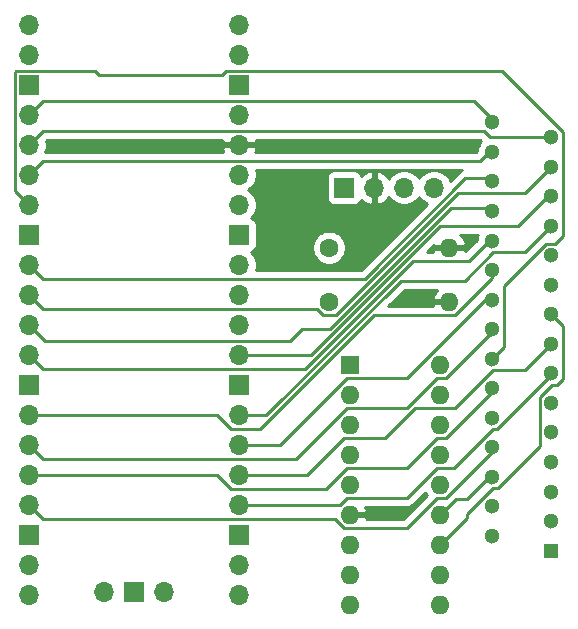
<source format=gbr>
G04 #@! TF.GenerationSoftware,KiCad,Pcbnew,(5.1.10)-1*
G04 #@! TF.CreationDate,2021-07-09T21:47:44+10:00*
G04 #@! TF.ProjectId,A600Keyboard_USB_Pico,41363030-4b65-4796-926f-6172645f5553,rev?*
G04 #@! TF.SameCoordinates,Original*
G04 #@! TF.FileFunction,Copper,L2,Bot*
G04 #@! TF.FilePolarity,Positive*
%FSLAX46Y46*%
G04 Gerber Fmt 4.6, Leading zero omitted, Abs format (unit mm)*
G04 Created by KiCad (PCBNEW (5.1.10)-1) date 2021-07-09 21:47:44*
%MOMM*%
%LPD*%
G01*
G04 APERTURE LIST*
G04 #@! TA.AperFunction,ComponentPad*
%ADD10O,1.600000X1.600000*%
G04 #@! TD*
G04 #@! TA.AperFunction,ComponentPad*
%ADD11R,1.600000X1.600000*%
G04 #@! TD*
G04 #@! TA.AperFunction,ComponentPad*
%ADD12C,1.300000*%
G04 #@! TD*
G04 #@! TA.AperFunction,ComponentPad*
%ADD13R,1.300000X1.300000*%
G04 #@! TD*
G04 #@! TA.AperFunction,ComponentPad*
%ADD14O,1.700000X1.700000*%
G04 #@! TD*
G04 #@! TA.AperFunction,ComponentPad*
%ADD15R,1.700000X1.700000*%
G04 #@! TD*
G04 #@! TA.AperFunction,ComponentPad*
%ADD16C,1.600000*%
G04 #@! TD*
G04 #@! TA.AperFunction,Conductor*
%ADD17C,0.250000*%
G04 #@! TD*
G04 #@! TA.AperFunction,Conductor*
%ADD18C,0.254000*%
G04 #@! TD*
G04 #@! TA.AperFunction,Conductor*
%ADD19C,0.100000*%
G04 #@! TD*
G04 APERTURE END LIST*
D10*
X178308000Y-94742000D03*
X170688000Y-115062000D03*
X178308000Y-97282000D03*
X170688000Y-112522000D03*
X178308000Y-99822000D03*
X170688000Y-109982000D03*
X178308000Y-102362000D03*
X170688000Y-107442000D03*
X178308000Y-104902000D03*
X170688000Y-104902000D03*
X178308000Y-107442000D03*
X170688000Y-102362000D03*
X178308000Y-109982000D03*
X170688000Y-99822000D03*
X178308000Y-112522000D03*
X170688000Y-97282000D03*
X178308000Y-115062000D03*
D11*
X170688000Y-94742000D03*
D12*
X182706000Y-86739999D03*
X187706000Y-87989999D03*
X182706000Y-89239999D03*
X187706000Y-90489999D03*
X182706000Y-91739999D03*
X187706000Y-92989999D03*
X182706000Y-94239999D03*
X187706000Y-95490000D03*
X182706000Y-96740000D03*
X187706000Y-97990000D03*
X182706000Y-99240000D03*
X187706000Y-100490000D03*
X182706000Y-101740000D03*
X187706000Y-102990000D03*
X182706000Y-104240000D03*
X187706000Y-105490000D03*
X182706000Y-106740000D03*
X187706000Y-107990000D03*
X182706000Y-109240000D03*
D13*
X187706000Y-110490000D03*
D12*
X187706000Y-85489999D03*
X182706000Y-84239999D03*
X187706000Y-82989999D03*
X182706000Y-81739999D03*
X187706000Y-80489999D03*
X182706000Y-79239999D03*
X187706000Y-77989999D03*
X182706000Y-76739999D03*
X187706000Y-75489999D03*
X182706000Y-74239999D03*
D14*
X154940000Y-114011000D03*
D15*
X152400000Y-114011000D03*
D14*
X149860000Y-114011000D03*
X161290000Y-65981000D03*
X161290000Y-68521000D03*
D15*
X161290000Y-71061000D03*
D14*
X161290000Y-73601000D03*
X161290000Y-76141000D03*
X161290000Y-78681000D03*
X161290000Y-81221000D03*
D15*
X161290000Y-83761000D03*
D14*
X161290000Y-86301000D03*
X161290000Y-88841000D03*
X161290000Y-91381000D03*
X161290000Y-93921000D03*
D15*
X161290000Y-96461000D03*
D14*
X161290000Y-99001000D03*
X161290000Y-101541000D03*
X161290000Y-104081000D03*
X161290000Y-106621000D03*
D15*
X161290000Y-109161000D03*
D14*
X161290000Y-111701000D03*
X161290000Y-114241000D03*
X143510000Y-114241000D03*
X143510000Y-111701000D03*
D15*
X143510000Y-109161000D03*
D14*
X143510000Y-106621000D03*
X143510000Y-104081000D03*
X143510000Y-101541000D03*
X143510000Y-99001000D03*
D15*
X143510000Y-96461000D03*
D14*
X143510000Y-93921000D03*
X143510000Y-91381000D03*
X143510000Y-88841000D03*
X143510000Y-86301000D03*
D15*
X143510000Y-83761000D03*
D14*
X143510000Y-81221000D03*
X143510000Y-78681000D03*
X143510000Y-76141000D03*
X143510000Y-73601000D03*
D15*
X143510000Y-71061000D03*
D14*
X143510000Y-68521000D03*
X143510000Y-65981000D03*
D10*
X179070000Y-84836000D03*
D16*
X168910000Y-84836000D03*
D10*
X179070000Y-89408000D03*
D16*
X168910000Y-89408000D03*
D14*
X177800000Y-79756000D03*
X175260000Y-79756000D03*
X172720000Y-79756000D03*
D15*
X170180000Y-79756000D03*
D17*
X182706000Y-87437002D02*
X182706000Y-86485999D01*
X179610001Y-90533001D02*
X182706000Y-87437002D01*
X172711997Y-90533001D02*
X179610001Y-90533001D01*
X163068997Y-100176001D02*
X172711997Y-90533001D01*
X160628001Y-100176001D02*
X163068997Y-100176001D01*
X159453000Y-99001000D02*
X160628001Y-100176001D01*
X143510000Y-99001000D02*
X159453000Y-99001000D01*
X182398999Y-88985999D02*
X182706000Y-88985999D01*
X175517997Y-95867001D02*
X182398999Y-88985999D01*
X170437997Y-95867001D02*
X175517997Y-95867001D01*
X164763998Y-101541000D02*
X170437997Y-95867001D01*
X161290000Y-101541000D02*
X164763998Y-101541000D01*
X178308000Y-109982000D02*
X178308000Y-109440998D01*
X188174001Y-96465001D02*
X188681001Y-95958001D01*
X187787997Y-96465001D02*
X188174001Y-96465001D01*
X186730999Y-97521999D02*
X187787997Y-96465001D01*
X186730999Y-101658003D02*
X186730999Y-97521999D01*
X183174001Y-105215001D02*
X186730999Y-101658003D01*
X188681001Y-95958001D02*
X188681001Y-91465000D01*
X182787997Y-105215001D02*
X183174001Y-105215001D01*
X188681001Y-91465000D02*
X187706000Y-90489999D01*
X180574999Y-107427999D02*
X182787997Y-105215001D01*
X180574999Y-107715001D02*
X180574999Y-107427999D01*
X178308000Y-109982000D02*
X180574999Y-107715001D01*
X178057997Y-95867001D02*
X178848001Y-95867001D01*
X182706000Y-92009002D02*
X182706000Y-91485999D01*
X175517997Y-98407001D02*
X178057997Y-95867001D01*
X166128997Y-102716001D02*
X170437997Y-98407001D01*
X178848001Y-95867001D02*
X182706000Y-92009002D01*
X170437997Y-98407001D02*
X175517997Y-98407001D01*
X144685001Y-102716001D02*
X166128997Y-102716001D01*
X143510000Y-101541000D02*
X144685001Y-102716001D01*
X185480999Y-95215000D02*
X187706000Y-92989999D01*
X179595997Y-98407001D02*
X182787998Y-95215000D01*
X173614407Y-100947001D02*
X176154407Y-98407001D01*
X176154407Y-98407001D02*
X179595997Y-98407001D01*
X170147999Y-100947001D02*
X173614407Y-100947001D01*
X167014000Y-104081000D02*
X170147999Y-100947001D01*
X182787998Y-95215000D02*
X185480999Y-95215000D01*
X161290000Y-104081000D02*
X167014000Y-104081000D01*
X187706000Y-95429002D02*
X187706000Y-95236000D01*
X183120589Y-100215001D02*
X187706000Y-95629590D01*
X182787997Y-100215001D02*
X183120589Y-100215001D01*
X187706000Y-95629590D02*
X187706000Y-95490000D01*
X179515997Y-103487001D02*
X182787997Y-100215001D01*
X175517997Y-106027001D02*
X178057997Y-103487001D01*
X170437997Y-106027001D02*
X175517997Y-106027001D01*
X178057997Y-103487001D02*
X179515997Y-103487001D01*
X169843998Y-106621000D02*
X170437997Y-106027001D01*
X161290000Y-106621000D02*
X169843998Y-106621000D01*
X182706000Y-97089002D02*
X182706000Y-96486000D01*
X178848001Y-100947001D02*
X182706000Y-97089002D01*
X178057997Y-100947001D02*
X178848001Y-100947001D01*
X168668997Y-105256001D02*
X170437997Y-103487001D01*
X170437997Y-103487001D02*
X175517997Y-103487001D01*
X160628001Y-105256001D02*
X168668997Y-105256001D01*
X159453000Y-104081000D02*
X160628001Y-105256001D01*
X175517997Y-103487001D02*
X178057997Y-100947001D01*
X143510000Y-104081000D02*
X159453000Y-104081000D01*
X178848001Y-106027001D02*
X182706000Y-102169002D01*
X178057997Y-106027001D02*
X178848001Y-106027001D01*
X175517997Y-108567001D02*
X178057997Y-106027001D01*
X182706000Y-102169002D02*
X182706000Y-101486000D01*
X170147999Y-108567001D02*
X175517997Y-108567001D01*
X169376999Y-107796001D02*
X170147999Y-108567001D01*
X144685001Y-107796001D02*
X169376999Y-107796001D01*
X143510000Y-106621000D02*
X144685001Y-107796001D01*
X182706000Y-103986000D02*
X180594000Y-106098000D01*
X179652000Y-106098000D02*
X178308000Y-107442000D01*
X180594000Y-106098000D02*
X179652000Y-106098000D01*
X180730998Y-85961001D02*
X182706000Y-83985999D01*
X176011177Y-85961001D02*
X180730998Y-85961001D01*
X166876177Y-95096001D02*
X176011177Y-85961001D01*
X144685001Y-95096001D02*
X166876177Y-95096001D01*
X143510000Y-93921000D02*
X144685001Y-95096001D01*
X161290000Y-99001000D02*
X161739000Y-99001000D01*
X185480999Y-85215000D02*
X187706000Y-82989999D01*
X180372997Y-87630000D02*
X182787997Y-85215000D01*
X174978588Y-87630000D02*
X180372997Y-87630000D01*
X163607588Y-99001000D02*
X174978588Y-87630000D01*
X182787997Y-85215000D02*
X185480999Y-85215000D01*
X161290000Y-99001000D02*
X163607588Y-99001000D01*
X144874999Y-92745999D02*
X165572001Y-92745999D01*
X143510000Y-91381000D02*
X144874999Y-92745999D01*
X169005358Y-91694000D02*
X179213359Y-81485999D01*
X179213359Y-81485999D02*
X182706000Y-81485999D01*
X166624000Y-91694000D02*
X169005358Y-91694000D01*
X165572001Y-92745999D02*
X166624000Y-91694000D01*
X167414768Y-93921000D02*
X178324770Y-83010998D01*
X161290000Y-93921000D02*
X167414768Y-93921000D01*
X184931001Y-83010998D02*
X187706000Y-80235999D01*
X178324770Y-83010998D02*
X184931001Y-83010998D01*
X180440539Y-78985999D02*
X182706000Y-78985999D01*
X171950537Y-87476001D02*
X180440539Y-78985999D01*
X144685001Y-87476001D02*
X171950537Y-87476001D01*
X143510000Y-86301000D02*
X144685001Y-87476001D01*
X185480999Y-80215000D02*
X187706000Y-77989999D01*
X179847948Y-80215000D02*
X185480999Y-80215000D01*
X169529947Y-90533001D02*
X179847948Y-80215000D01*
X168369999Y-90533001D02*
X169529947Y-90533001D01*
X167852999Y-90016001D02*
X168369999Y-90533001D01*
X144685001Y-90016001D02*
X167852999Y-90016001D01*
X143510000Y-88841000D02*
X144685001Y-90016001D01*
X181686000Y-77505999D02*
X182706000Y-76485999D01*
X144685001Y-77505999D02*
X181686000Y-77505999D01*
X143510000Y-78681000D02*
X144685001Y-77505999D01*
X187436000Y-74965999D02*
X187706000Y-75235999D01*
X181988998Y-74965999D02*
X182512998Y-75489999D01*
X144685001Y-74965999D02*
X181988998Y-74965999D01*
X182512998Y-75489999D02*
X187706000Y-75489999D01*
X143510000Y-76141000D02*
X144685001Y-74965999D01*
X181146000Y-72425999D02*
X182706000Y-73985999D01*
X144685001Y-72425999D02*
X181146000Y-72425999D01*
X143510000Y-73601000D02*
X144685001Y-72425999D01*
X183681001Y-93264998D02*
X182706000Y-94239999D01*
X183681001Y-88071996D02*
X183681001Y-93264998D01*
X187237999Y-84514998D02*
X183681001Y-88071996D01*
X188027002Y-84514998D02*
X187237999Y-84514998D01*
X188681001Y-83860999D02*
X188027002Y-84514998D01*
X188681001Y-75021998D02*
X188681001Y-83860999D01*
X183545002Y-69885999D02*
X188681001Y-75021998D01*
X160179999Y-69885999D02*
X183545002Y-69885999D01*
X159849997Y-70216001D02*
X160179999Y-69885999D01*
X149458999Y-70216001D02*
X159849997Y-70216001D01*
X149128997Y-69885999D02*
X149458999Y-70216001D01*
X142334999Y-69950999D02*
X142399999Y-69885999D01*
X142399999Y-69885999D02*
X149128997Y-69885999D01*
X142334999Y-80045999D02*
X142334999Y-69950999D01*
X143510000Y-81221000D02*
X142334999Y-80045999D01*
D18*
X177193363Y-105816759D02*
X177193400Y-105816796D01*
X175203196Y-107807001D01*
X172075063Y-107807001D01*
X172079904Y-107791039D01*
X171957915Y-107569000D01*
X170815000Y-107569000D01*
X170815000Y-107589000D01*
X170561000Y-107589000D01*
X170561000Y-107569000D01*
X170541000Y-107569000D01*
X170541000Y-107315000D01*
X170561000Y-107315000D01*
X170561000Y-107295000D01*
X170815000Y-107295000D01*
X170815000Y-107315000D01*
X171957915Y-107315000D01*
X172079904Y-107092961D01*
X172039246Y-106958913D01*
X171957993Y-106787001D01*
X175480675Y-106787001D01*
X175517997Y-106790677D01*
X175555319Y-106787001D01*
X175555330Y-106787001D01*
X175666983Y-106776004D01*
X175810244Y-106732547D01*
X175942273Y-106661975D01*
X176057998Y-106567002D01*
X176081801Y-106537998D01*
X177037022Y-105582778D01*
X177193363Y-105816759D01*
G04 #@! TA.AperFunction,Conductor*
D19*
G36*
X177193363Y-105816759D02*
G01*
X177193400Y-105816796D01*
X175203196Y-107807001D01*
X172075063Y-107807001D01*
X172079904Y-107791039D01*
X171957915Y-107569000D01*
X170815000Y-107569000D01*
X170815000Y-107589000D01*
X170561000Y-107589000D01*
X170561000Y-107569000D01*
X170541000Y-107569000D01*
X170541000Y-107315000D01*
X170561000Y-107315000D01*
X170561000Y-107295000D01*
X170815000Y-107295000D01*
X170815000Y-107315000D01*
X171957915Y-107315000D01*
X172079904Y-107092961D01*
X172039246Y-106958913D01*
X171957993Y-106787001D01*
X175480675Y-106787001D01*
X175517997Y-106790677D01*
X175555319Y-106787001D01*
X175555330Y-106787001D01*
X175666983Y-106776004D01*
X175810244Y-106732547D01*
X175942273Y-106661975D01*
X176057998Y-106567002D01*
X176081801Y-106537998D01*
X177037022Y-105582778D01*
X177193363Y-105816759D01*
G37*
G04 #@! TD.AperFunction*
D18*
X178435000Y-94615000D02*
X178455000Y-94615000D01*
X178455000Y-94869000D01*
X178435000Y-94869000D01*
X178435000Y-94889000D01*
X178181000Y-94889000D01*
X178181000Y-94869000D01*
X178161000Y-94869000D01*
X178161000Y-94615000D01*
X178181000Y-94615000D01*
X178181000Y-94595000D01*
X178435000Y-94595000D01*
X178435000Y-94615000D01*
G04 #@! TA.AperFunction,Conductor*
D19*
G36*
X178435000Y-94615000D02*
G01*
X178455000Y-94615000D01*
X178455000Y-94869000D01*
X178435000Y-94869000D01*
X178435000Y-94889000D01*
X178181000Y-94889000D01*
X178181000Y-94869000D01*
X178161000Y-94869000D01*
X178161000Y-94615000D01*
X178181000Y-94615000D01*
X178181000Y-94595000D01*
X178435000Y-94595000D01*
X178435000Y-94615000D01*
G37*
G04 #@! TD.AperFunction*
D18*
X178006481Y-88444586D02*
X177838963Y-88670580D01*
X177718754Y-88924913D01*
X177678096Y-89058961D01*
X177800085Y-89281000D01*
X178943000Y-89281000D01*
X178943000Y-89261000D01*
X179197000Y-89261000D01*
X179197000Y-89281000D01*
X179217000Y-89281000D01*
X179217000Y-89535000D01*
X179197000Y-89535000D01*
X179197000Y-89555000D01*
X178943000Y-89555000D01*
X178943000Y-89535000D01*
X177800085Y-89535000D01*
X177678096Y-89757039D01*
X177682937Y-89773001D01*
X173910390Y-89773001D01*
X175293391Y-88390000D01*
X178066676Y-88390000D01*
X178006481Y-88444586D01*
G04 #@! TA.AperFunction,Conductor*
D19*
G36*
X178006481Y-88444586D02*
G01*
X177838963Y-88670580D01*
X177718754Y-88924913D01*
X177678096Y-89058961D01*
X177800085Y-89281000D01*
X178943000Y-89281000D01*
X178943000Y-89261000D01*
X179197000Y-89261000D01*
X179197000Y-89281000D01*
X179217000Y-89281000D01*
X179217000Y-89535000D01*
X179197000Y-89535000D01*
X179197000Y-89555000D01*
X178943000Y-89555000D01*
X178943000Y-89535000D01*
X177800085Y-89535000D01*
X177678096Y-89757039D01*
X177682937Y-89773001D01*
X173910390Y-89773001D01*
X175293391Y-88390000D01*
X178066676Y-88390000D01*
X178006481Y-88444586D01*
G37*
G04 #@! TD.AperFunction*
D18*
X180149166Y-78280188D02*
X180148292Y-78280453D01*
X180016262Y-78351025D01*
X179986485Y-78375463D01*
X179900538Y-78445998D01*
X179876740Y-78474996D01*
X179169635Y-79182101D01*
X179115990Y-79052589D01*
X178953475Y-78809368D01*
X178746632Y-78602525D01*
X178503411Y-78440010D01*
X178233158Y-78328068D01*
X177946260Y-78271000D01*
X177653740Y-78271000D01*
X177366842Y-78328068D01*
X177096589Y-78440010D01*
X176853368Y-78602525D01*
X176646525Y-78809368D01*
X176530000Y-78983760D01*
X176413475Y-78809368D01*
X176206632Y-78602525D01*
X175963411Y-78440010D01*
X175693158Y-78328068D01*
X175406260Y-78271000D01*
X175113740Y-78271000D01*
X174826842Y-78328068D01*
X174556589Y-78440010D01*
X174313368Y-78602525D01*
X174106525Y-78809368D01*
X173984805Y-78991534D01*
X173915178Y-78874645D01*
X173720269Y-78658412D01*
X173486920Y-78484359D01*
X173224099Y-78359175D01*
X173076890Y-78314524D01*
X172847000Y-78435845D01*
X172847000Y-79629000D01*
X172867000Y-79629000D01*
X172867000Y-79883000D01*
X172847000Y-79883000D01*
X172847000Y-81076155D01*
X173076890Y-81197476D01*
X173224099Y-81152825D01*
X173486920Y-81027641D01*
X173720269Y-80853588D01*
X173915178Y-80637355D01*
X173984805Y-80520466D01*
X174106525Y-80702632D01*
X174313368Y-80909475D01*
X174556589Y-81071990D01*
X174826842Y-81183932D01*
X175113740Y-81241000D01*
X175406260Y-81241000D01*
X175693158Y-81183932D01*
X175963411Y-81071990D01*
X176206632Y-80909475D01*
X176413475Y-80702632D01*
X176530000Y-80528240D01*
X176646525Y-80702632D01*
X176853368Y-80909475D01*
X177096589Y-81071990D01*
X177226101Y-81125635D01*
X171635736Y-86716001D01*
X162721544Y-86716001D01*
X162775000Y-86447260D01*
X162775000Y-86154740D01*
X162717932Y-85867842D01*
X162605990Y-85597589D01*
X162443475Y-85354368D01*
X162311620Y-85222513D01*
X162384180Y-85200502D01*
X162494494Y-85141537D01*
X162591185Y-85062185D01*
X162670537Y-84965494D01*
X162729502Y-84855180D01*
X162765812Y-84735482D01*
X162769831Y-84694665D01*
X167475000Y-84694665D01*
X167475000Y-84977335D01*
X167530147Y-85254574D01*
X167638320Y-85515727D01*
X167795363Y-85750759D01*
X167995241Y-85950637D01*
X168230273Y-86107680D01*
X168491426Y-86215853D01*
X168768665Y-86271000D01*
X169051335Y-86271000D01*
X169328574Y-86215853D01*
X169589727Y-86107680D01*
X169824759Y-85950637D01*
X170024637Y-85750759D01*
X170181680Y-85515727D01*
X170289853Y-85254574D01*
X170345000Y-84977335D01*
X170345000Y-84694665D01*
X170289853Y-84417426D01*
X170181680Y-84156273D01*
X170024637Y-83921241D01*
X169824759Y-83721363D01*
X169589727Y-83564320D01*
X169328574Y-83456147D01*
X169051335Y-83401000D01*
X168768665Y-83401000D01*
X168491426Y-83456147D01*
X168230273Y-83564320D01*
X167995241Y-83721363D01*
X167795363Y-83921241D01*
X167638320Y-84156273D01*
X167530147Y-84417426D01*
X167475000Y-84694665D01*
X162769831Y-84694665D01*
X162778072Y-84611000D01*
X162778072Y-82911000D01*
X162765812Y-82786518D01*
X162729502Y-82666820D01*
X162670537Y-82556506D01*
X162591185Y-82459815D01*
X162494494Y-82380463D01*
X162384180Y-82321498D01*
X162311620Y-82299487D01*
X162443475Y-82167632D01*
X162605990Y-81924411D01*
X162717932Y-81654158D01*
X162775000Y-81367260D01*
X162775000Y-81074740D01*
X162717932Y-80787842D01*
X162605990Y-80517589D01*
X162443475Y-80274368D01*
X162236632Y-80067525D01*
X162062240Y-79951000D01*
X162236632Y-79834475D01*
X162443475Y-79627632D01*
X162605990Y-79384411D01*
X162717932Y-79114158D01*
X162759337Y-78906000D01*
X168691928Y-78906000D01*
X168691928Y-80606000D01*
X168704188Y-80730482D01*
X168740498Y-80850180D01*
X168799463Y-80960494D01*
X168878815Y-81057185D01*
X168975506Y-81136537D01*
X169085820Y-81195502D01*
X169205518Y-81231812D01*
X169330000Y-81244072D01*
X171030000Y-81244072D01*
X171154482Y-81231812D01*
X171274180Y-81195502D01*
X171384494Y-81136537D01*
X171481185Y-81057185D01*
X171560537Y-80960494D01*
X171619502Y-80850180D01*
X171643966Y-80769534D01*
X171719731Y-80853588D01*
X171953080Y-81027641D01*
X172215901Y-81152825D01*
X172363110Y-81197476D01*
X172593000Y-81076155D01*
X172593000Y-79883000D01*
X172573000Y-79883000D01*
X172573000Y-79629000D01*
X172593000Y-79629000D01*
X172593000Y-78435845D01*
X172363110Y-78314524D01*
X172215901Y-78359175D01*
X171953080Y-78484359D01*
X171719731Y-78658412D01*
X171643966Y-78742466D01*
X171619502Y-78661820D01*
X171560537Y-78551506D01*
X171481185Y-78454815D01*
X171384494Y-78375463D01*
X171274180Y-78316498D01*
X171154482Y-78280188D01*
X171030000Y-78267928D01*
X169330000Y-78267928D01*
X169205518Y-78280188D01*
X169085820Y-78316498D01*
X168975506Y-78375463D01*
X168878815Y-78454815D01*
X168799463Y-78551506D01*
X168740498Y-78661820D01*
X168704188Y-78781518D01*
X168691928Y-78906000D01*
X162759337Y-78906000D01*
X162775000Y-78827260D01*
X162775000Y-78534740D01*
X162721544Y-78265999D01*
X180195941Y-78265999D01*
X180149166Y-78280188D01*
G04 #@! TA.AperFunction,Conductor*
D19*
G36*
X180149166Y-78280188D02*
G01*
X180148292Y-78280453D01*
X180016262Y-78351025D01*
X179986485Y-78375463D01*
X179900538Y-78445998D01*
X179876740Y-78474996D01*
X179169635Y-79182101D01*
X179115990Y-79052589D01*
X178953475Y-78809368D01*
X178746632Y-78602525D01*
X178503411Y-78440010D01*
X178233158Y-78328068D01*
X177946260Y-78271000D01*
X177653740Y-78271000D01*
X177366842Y-78328068D01*
X177096589Y-78440010D01*
X176853368Y-78602525D01*
X176646525Y-78809368D01*
X176530000Y-78983760D01*
X176413475Y-78809368D01*
X176206632Y-78602525D01*
X175963411Y-78440010D01*
X175693158Y-78328068D01*
X175406260Y-78271000D01*
X175113740Y-78271000D01*
X174826842Y-78328068D01*
X174556589Y-78440010D01*
X174313368Y-78602525D01*
X174106525Y-78809368D01*
X173984805Y-78991534D01*
X173915178Y-78874645D01*
X173720269Y-78658412D01*
X173486920Y-78484359D01*
X173224099Y-78359175D01*
X173076890Y-78314524D01*
X172847000Y-78435845D01*
X172847000Y-79629000D01*
X172867000Y-79629000D01*
X172867000Y-79883000D01*
X172847000Y-79883000D01*
X172847000Y-81076155D01*
X173076890Y-81197476D01*
X173224099Y-81152825D01*
X173486920Y-81027641D01*
X173720269Y-80853588D01*
X173915178Y-80637355D01*
X173984805Y-80520466D01*
X174106525Y-80702632D01*
X174313368Y-80909475D01*
X174556589Y-81071990D01*
X174826842Y-81183932D01*
X175113740Y-81241000D01*
X175406260Y-81241000D01*
X175693158Y-81183932D01*
X175963411Y-81071990D01*
X176206632Y-80909475D01*
X176413475Y-80702632D01*
X176530000Y-80528240D01*
X176646525Y-80702632D01*
X176853368Y-80909475D01*
X177096589Y-81071990D01*
X177226101Y-81125635D01*
X171635736Y-86716001D01*
X162721544Y-86716001D01*
X162775000Y-86447260D01*
X162775000Y-86154740D01*
X162717932Y-85867842D01*
X162605990Y-85597589D01*
X162443475Y-85354368D01*
X162311620Y-85222513D01*
X162384180Y-85200502D01*
X162494494Y-85141537D01*
X162591185Y-85062185D01*
X162670537Y-84965494D01*
X162729502Y-84855180D01*
X162765812Y-84735482D01*
X162769831Y-84694665D01*
X167475000Y-84694665D01*
X167475000Y-84977335D01*
X167530147Y-85254574D01*
X167638320Y-85515727D01*
X167795363Y-85750759D01*
X167995241Y-85950637D01*
X168230273Y-86107680D01*
X168491426Y-86215853D01*
X168768665Y-86271000D01*
X169051335Y-86271000D01*
X169328574Y-86215853D01*
X169589727Y-86107680D01*
X169824759Y-85950637D01*
X170024637Y-85750759D01*
X170181680Y-85515727D01*
X170289853Y-85254574D01*
X170345000Y-84977335D01*
X170345000Y-84694665D01*
X170289853Y-84417426D01*
X170181680Y-84156273D01*
X170024637Y-83921241D01*
X169824759Y-83721363D01*
X169589727Y-83564320D01*
X169328574Y-83456147D01*
X169051335Y-83401000D01*
X168768665Y-83401000D01*
X168491426Y-83456147D01*
X168230273Y-83564320D01*
X167995241Y-83721363D01*
X167795363Y-83921241D01*
X167638320Y-84156273D01*
X167530147Y-84417426D01*
X167475000Y-84694665D01*
X162769831Y-84694665D01*
X162778072Y-84611000D01*
X162778072Y-82911000D01*
X162765812Y-82786518D01*
X162729502Y-82666820D01*
X162670537Y-82556506D01*
X162591185Y-82459815D01*
X162494494Y-82380463D01*
X162384180Y-82321498D01*
X162311620Y-82299487D01*
X162443475Y-82167632D01*
X162605990Y-81924411D01*
X162717932Y-81654158D01*
X162775000Y-81367260D01*
X162775000Y-81074740D01*
X162717932Y-80787842D01*
X162605990Y-80517589D01*
X162443475Y-80274368D01*
X162236632Y-80067525D01*
X162062240Y-79951000D01*
X162236632Y-79834475D01*
X162443475Y-79627632D01*
X162605990Y-79384411D01*
X162717932Y-79114158D01*
X162759337Y-78906000D01*
X168691928Y-78906000D01*
X168691928Y-80606000D01*
X168704188Y-80730482D01*
X168740498Y-80850180D01*
X168799463Y-80960494D01*
X168878815Y-81057185D01*
X168975506Y-81136537D01*
X169085820Y-81195502D01*
X169205518Y-81231812D01*
X169330000Y-81244072D01*
X171030000Y-81244072D01*
X171154482Y-81231812D01*
X171274180Y-81195502D01*
X171384494Y-81136537D01*
X171481185Y-81057185D01*
X171560537Y-80960494D01*
X171619502Y-80850180D01*
X171643966Y-80769534D01*
X171719731Y-80853588D01*
X171953080Y-81027641D01*
X172215901Y-81152825D01*
X172363110Y-81197476D01*
X172593000Y-81076155D01*
X172593000Y-79883000D01*
X172573000Y-79883000D01*
X172573000Y-79629000D01*
X172593000Y-79629000D01*
X172593000Y-78435845D01*
X172363110Y-78314524D01*
X172215901Y-78359175D01*
X171953080Y-78484359D01*
X171719731Y-78658412D01*
X171643966Y-78742466D01*
X171619502Y-78661820D01*
X171560537Y-78551506D01*
X171481185Y-78454815D01*
X171384494Y-78375463D01*
X171274180Y-78316498D01*
X171154482Y-78280188D01*
X171030000Y-78267928D01*
X169330000Y-78267928D01*
X169205518Y-78280188D01*
X169085820Y-78316498D01*
X168975506Y-78375463D01*
X168878815Y-78454815D01*
X168799463Y-78551506D01*
X168740498Y-78661820D01*
X168704188Y-78781518D01*
X168691928Y-78906000D01*
X162759337Y-78906000D01*
X162775000Y-78827260D01*
X162775000Y-78534740D01*
X162721544Y-78265999D01*
X180195941Y-78265999D01*
X180149166Y-78280188D01*
G37*
G04 #@! TD.AperFunction*
D18*
X181470381Y-83865178D02*
X181421000Y-84113438D01*
X181421000Y-84196197D01*
X180451357Y-85165841D01*
X180339915Y-84963000D01*
X179197000Y-84963000D01*
X179197000Y-84983000D01*
X178943000Y-84983000D01*
X178943000Y-84963000D01*
X177800085Y-84963000D01*
X177678096Y-85185039D01*
X177682937Y-85201001D01*
X177209569Y-85201001D01*
X177765152Y-84645417D01*
X177800085Y-84709000D01*
X178943000Y-84709000D01*
X178943000Y-84689000D01*
X179197000Y-84689000D01*
X179197000Y-84709000D01*
X180339915Y-84709000D01*
X180461904Y-84486961D01*
X180421246Y-84352913D01*
X180301037Y-84098580D01*
X180133519Y-83872586D01*
X180021493Y-83770998D01*
X181509392Y-83770998D01*
X181470381Y-83865178D01*
G04 #@! TA.AperFunction,Conductor*
D19*
G36*
X181470381Y-83865178D02*
G01*
X181421000Y-84113438D01*
X181421000Y-84196197D01*
X180451357Y-85165841D01*
X180339915Y-84963000D01*
X179197000Y-84963000D01*
X179197000Y-84983000D01*
X178943000Y-84983000D01*
X178943000Y-84963000D01*
X177800085Y-84963000D01*
X177678096Y-85185039D01*
X177682937Y-85201001D01*
X177209569Y-85201001D01*
X177765152Y-84645417D01*
X177800085Y-84709000D01*
X178943000Y-84709000D01*
X178943000Y-84689000D01*
X179197000Y-84689000D01*
X179197000Y-84709000D01*
X180339915Y-84709000D01*
X180461904Y-84486961D01*
X180421246Y-84352913D01*
X180301037Y-84098580D01*
X180133519Y-83872586D01*
X180021493Y-83770998D01*
X181509392Y-83770998D01*
X181470381Y-83865178D01*
G37*
G04 #@! TD.AperFunction*
D18*
X159848524Y-75784110D02*
X159969845Y-76014000D01*
X161163000Y-76014000D01*
X161163000Y-75994000D01*
X161417000Y-75994000D01*
X161417000Y-76014000D01*
X162610155Y-76014000D01*
X162731476Y-75784110D01*
X162713850Y-75725999D01*
X181674197Y-75725999D01*
X181788466Y-75840268D01*
X181707875Y-75920859D01*
X181567247Y-76131323D01*
X181470381Y-76365178D01*
X181421000Y-76613438D01*
X181421000Y-76696198D01*
X181371199Y-76745999D01*
X162638765Y-76745999D01*
X162686825Y-76645099D01*
X162731476Y-76497890D01*
X162610155Y-76268000D01*
X161417000Y-76268000D01*
X161417000Y-76288000D01*
X161163000Y-76288000D01*
X161163000Y-76268000D01*
X159969845Y-76268000D01*
X159848524Y-76497890D01*
X159893175Y-76645099D01*
X159941235Y-76745999D01*
X144866753Y-76745999D01*
X144937932Y-76574158D01*
X144995000Y-76287260D01*
X144995000Y-75994740D01*
X144951210Y-75774592D01*
X144999803Y-75725999D01*
X159866150Y-75725999D01*
X159848524Y-75784110D01*
G04 #@! TA.AperFunction,Conductor*
D19*
G36*
X159848524Y-75784110D02*
G01*
X159969845Y-76014000D01*
X161163000Y-76014000D01*
X161163000Y-75994000D01*
X161417000Y-75994000D01*
X161417000Y-76014000D01*
X162610155Y-76014000D01*
X162731476Y-75784110D01*
X162713850Y-75725999D01*
X181674197Y-75725999D01*
X181788466Y-75840268D01*
X181707875Y-75920859D01*
X181567247Y-76131323D01*
X181470381Y-76365178D01*
X181421000Y-76613438D01*
X181421000Y-76696198D01*
X181371199Y-76745999D01*
X162638765Y-76745999D01*
X162686825Y-76645099D01*
X162731476Y-76497890D01*
X162610155Y-76268000D01*
X161417000Y-76268000D01*
X161417000Y-76288000D01*
X161163000Y-76288000D01*
X161163000Y-76268000D01*
X159969845Y-76268000D01*
X159848524Y-76497890D01*
X159893175Y-76645099D01*
X159941235Y-76745999D01*
X144866753Y-76745999D01*
X144937932Y-76574158D01*
X144995000Y-76287260D01*
X144995000Y-75994740D01*
X144951210Y-75774592D01*
X144999803Y-75725999D01*
X159866150Y-75725999D01*
X159848524Y-75784110D01*
G37*
G04 #@! TD.AperFunction*
M02*

</source>
